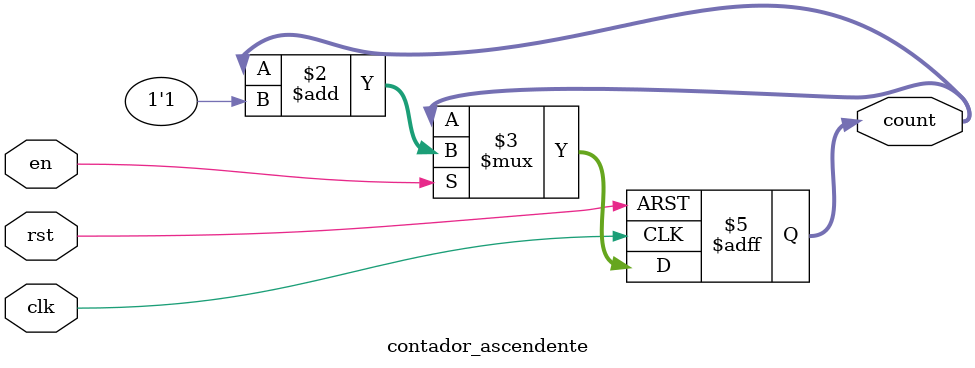
<source format=v>
module contador_ascendente (
    input clk,
    input rst,
    input en,
    output reg [3:0] count
);

always @ (posedge clk or posedge rst) begin
    if (rst)
        count <= 4'b0000;
    else if (en)
        count <= count + 1'b1;
end

endmodule

</source>
